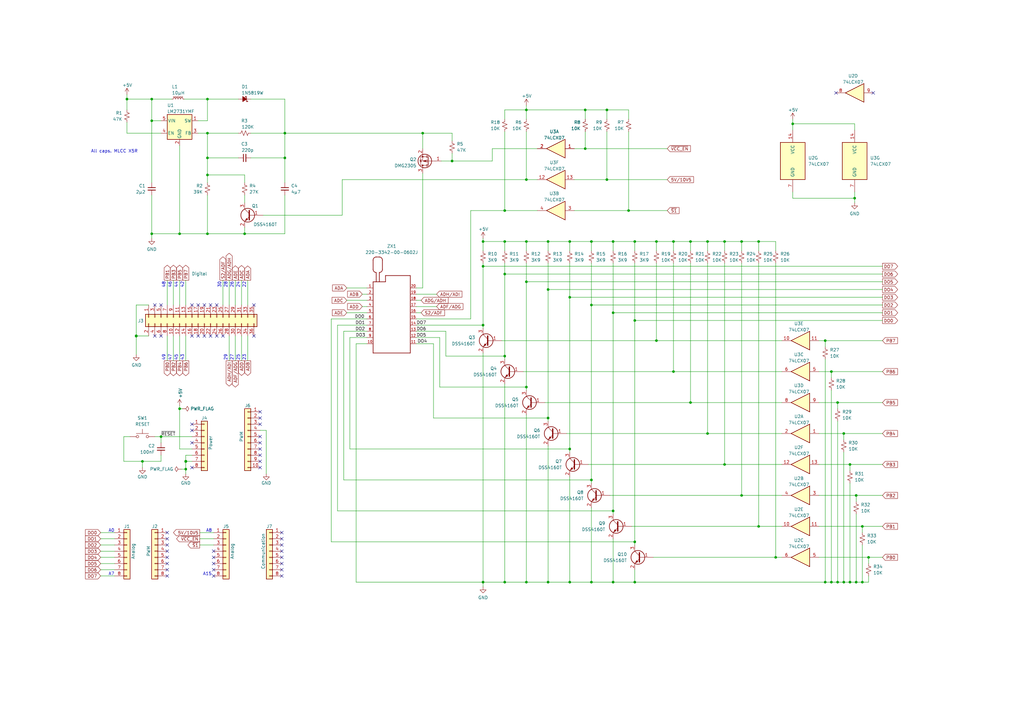
<source format=kicad_sch>
(kicad_sch (version 20230121) (generator eeschema)
  (paper "A3")
  (title_block (title "TI/National Bipolar PROM Programmer") (date "2024-09-21") (rev "1") (comment 1 "https://github.com/eduardocasino") (comment 2 "2024 - Eduardo Casino") (comment 3 "Based on an original design by Chris Oddy") (comment 4 "CC-BY-SA"))
  (lib_symbols
    (symbol "3M_Library:220-3342-00-0602J" (pin_names (offset 1.016))
      (property "Reference" "ZX" (at 0 16.51 0))
      (property "Value" "220-3342-00-0602J" (at -7.62 -20.32 0))
      (symbol "220-3342-00-0602J_0_0"
        (pin passive line (at -10.16 10.16 0) (length 2.54) (name "~") (number "1"))
        (pin passive line (at -10.16 -12.7 0) (length 2.54) (name "~") (number "10"))
        (pin passive line (at 10.16 -12.7 180) (length 2.54) (name "~") (number "11"))
        (pin passive line (at 10.16 -10.16 180) (length 2.54) (name "~") (number "12"))
        (pin passive line (at 10.16 -7.62 180) (length 2.54) (name "~") (number "13"))
        (pin passive line (at 10.16 -5.08 180) (length 2.54) (name "~") (number "14"))
        (pin passive line (at 10.16 -2.54 180) (length 2.54) (name "~") (number "15"))
        (pin passive line (at 10.16 0 180) (length 2.54) (name "~") (number "16"))
        (pin passive line (at 10.16 2.54 180) (length 2.54) (name "~") (number "17"))
        (pin passive line (at 10.16 5.08 180) (length 2.54) (name "~") (number "18"))
        (pin passive line (at 10.16 7.62 180) (length 2.54) (name "~") (number "19"))
        (pin passive line (at -10.16 7.62 0) (length 2.54) (name "~") (number "2"))
        (pin passive line (at 10.16 10.16 180) (length 2.54) (name "~") (number "20"))
        (pin passive line (at -10.16 5.08 0) (length 2.54) (name "~") (number "3"))
        (pin passive line (at -10.16 2.54 0) (length 2.54) (name "~") (number "4"))
        (pin passive line (at -10.16 0 0) (length 2.54) (name "~") (number "5"))
        (pin passive line (at -10.16 -2.54 0) (length 2.54) (name "~") (number "6"))
        (pin passive line (at -10.16 -5.08 0) (length 2.54) (name "~") (number "7"))
        (pin passive line (at -10.16 -7.62 0) (length 2.54) (name "~") (number "8"))
        (pin passive line (at -10.16 -10.16 0) (length 2.54) (name "~") (number "9"))
      )
    )
    (symbol "74xx:74LCX07" (pin_names (offset 1.016))
      (property "Reference" "U" (at 0 1.27 0))
      (property "Value" "74LCX07" (at 0 -1.27 0))
      (symbol "74LCX07_1_0"
        (pin input line (at -7.62 0 0) (length 3.81) (name "~") (number "1"))
        (pin open_collector line (at 7.62 0 180) (length 3.81) (name "~") (number "2"))
      )
      (symbol "74LCX07_2_0"
        (pin input line (at -7.62 0 0) (length 3.81) (name "~") (number "3"))
        (pin open_collector line (at 7.62 0 180) (length 3.81) (name "~") (number "4"))
      )
      (symbol "74LCX07_3_0"
        (pin input line (at -7.62 0 0) (length 3.81) (name "~") (number "5"))
        (pin open_collector line (at 7.62 0 180) (length 3.81) (name "~") (number "6"))
      )
      (symbol "74LCX07_4_0"
        (pin open_collector line (at 7.62 0 180) (length 3.81) (name "~") (number "8"))
        (pin input line (at -7.62 0 0) (length 3.81) (name "~") (number "9"))
      )
      (symbol "74LCX07_5_0"
        (pin open_collector line (at 7.62 0 180) (length 3.81) (name "~") (number "10"))
        (pin input line (at -7.62 0 0) (length 3.81) (name "~") (number "11"))
      )
      (symbol "74LCX07_6_0"
        (pin open_collector line (at 7.62 0 180) (length 3.81) (name "~") (number "12"))
        (pin input line (at -7.62 0 0) (length 3.81) (name "~") (number "13"))
      )
      (symbol "74LCX07_7_0"
        (pin power_in line (at 0 12.7 270) (length 5.08) (name "VCC") (number "14"))
        (pin power_in line (at 0 -12.7 90) (length 5.08) (name "GND") (number "7"))
      )
    )
    (symbol "Connector_Generic:Conn_01x08" (pin_names (offset 1.016) hide)
      (property "Reference" "J" (at 0 10.16 0))
      (property "Value" "Conn_01x08" (at 0 -12.7 0))
      (symbol "Conn_01x08_1_1"
        (pin passive line (at -5.08 7.62 0) (length 3.81) (name "Pin_1") (number "1"))
        (pin passive line (at -5.08 5.08 0) (length 3.81) (name "Pin_2") (number "2"))
        (pin passive line (at -5.08 2.54 0) (length 3.81) (name "Pin_3") (number "3"))
        (pin passive line (at -5.08 0 0) (length 3.81) (name "Pin_4") (number "4"))
        (pin passive line (at -5.08 -2.54 0) (length 3.81) (name "Pin_5") (number "5"))
        (pin passive line (at -5.08 -5.08 0) (length 3.81) (name "Pin_6") (number "6"))
        (pin passive line (at -5.08 -7.62 0) (length 3.81) (name "Pin_7") (number "7"))
        (pin passive line (at -5.08 -10.16 0) (length 3.81) (name "Pin_8") (number "8"))
      )
    )
    (symbol "Connector_Generic:Conn_01x10" (pin_names (offset 1.016) hide)
      (property "Reference" "J" (at 0 12.7 0))
      (property "Value" "Conn_01x10" (at 0 -15.24 0))
      (symbol "Conn_01x10_1_1"
        (pin passive line (at -5.08 10.16 0) (length 3.81) (name "Pin_1") (number "1"))
        (pin passive line (at -5.08 -12.7 0) (length 3.81) (name "Pin_10") (number "10"))
        (pin passive line (at -5.08 7.62 0) (length 3.81) (name "Pin_2") (number "2"))
        (pin passive line (at -5.08 5.08 0) (length 3.81) (name "Pin_3") (number "3"))
        (pin passive line (at -5.08 2.54 0) (length 3.81) (name "Pin_4") (number "4"))
        (pin passive line (at -5.08 0 0) (length 3.81) (name "Pin_5") (number "5"))
        (pin passive line (at -5.08 -2.54 0) (length 3.81) (name "Pin_6") (number "6"))
        (pin passive line (at -5.08 -5.08 0) (length 3.81) (name "Pin_7") (number "7"))
        (pin passive line (at -5.08 -7.62 0) (length 3.81) (name "Pin_8") (number "8"))
        (pin passive line (at -5.08 -10.16 0) (length 3.81) (name "Pin_9") (number "9"))
      )
    )
    (symbol "Connector_Generic:Conn_02x18_Odd_Even" (pin_names (offset 1.016) hide)
      (property "Reference" "J" (at 1.27 22.86 0))
      (property "Value" "Conn_02x18_Odd_Even" (at 1.27 -25.4 0))
      (symbol "Conn_02x18_Odd_Even_1_1"
        (pin passive line (at -5.08 20.32 0) (length 3.81) (name "Pin_1") (number "1"))
        (pin passive line (at 7.62 10.16 180) (length 3.81) (name "Pin_10") (number "10"))
        (pin passive line (at -5.08 7.62 0) (length 3.81) (name "Pin_11") (number "11"))
        (pin passive line (at 7.62 7.62 180) (length 3.81) (name "Pin_12") (number "12"))
        (pin passive line (at -5.08 5.08 0) (length 3.81) (name "Pin_13") (number "13"))
        (pin passive line (at 7.62 5.08 180) (length 3.81) (name "Pin_14") (number "14"))
        (pin passive line (at -5.08 2.54 0) (length 3.81) (name "Pin_15") (number "15"))
        (pin passive line (at 7.62 2.54 180) (length 3.81) (name "Pin_16") (number "16"))
        (pin passive line (at -5.08 0 0) (length 3.81) (name "Pin_17") (number "17"))
        (pin passive line (at 7.62 0 180) (length 3.81) (name "Pin_18") (number "18"))
        (pin passive line (at -5.08 -2.54 0) (length 3.81) (name "Pin_19") (number "19"))
        (pin passive line (at 7.62 20.32 180) (length 3.81) (name "Pin_2") (number "2"))
        (pin passive line (at 7.62 -2.54 180) (length 3.81) (name "Pin_20") (number "20"))
        (pin passive line (at -5.08 -5.08 0) (length 3.81) (name "Pin_21") (number "21"))
        (pin passive line (at 7.62 -5.08 180) (length 3.81) (name "Pin_22") (number "22"))
        (pin passive line (at -5.08 -7.62 0) (length 3.81) (name "Pin_23") (number "23"))
        (pin passive line (at 7.62 -7.62 180) (length 3.81) (name "Pin_24") (number "24"))
        (pin passive line (at -5.08 -10.16 0) (length 3.81) (name "Pin_25") (number "25"))
        (pin passive line (at 7.62 -10.16 180) (length 3.81) (name "Pin_26") (number "26"))
        (pin passive line (at -5.08 -12.7 0) (length 3.81) (name "Pin_27") (number "27"))
        (pin passive line (at 7.62 -12.7 180) (length 3.81) (name "Pin_28") (number "28"))
        (pin passive line (at -5.08 -15.24 0) (length 3.81) (name "Pin_29") (number "29"))
        (pin passive line (at -5.08 17.78 0) (length 3.81) (name "Pin_3") (number "3"))
        (pin passive line (at 7.62 -15.24 180) (length 3.81) (name "Pin_30") (number "30"))
        (pin passive line (at -5.08 -17.78 0) (length 3.81) (name "Pin_31") (number "31"))
        (pin passive line (at 7.62 -17.78 180) (length 3.81) (name "Pin_32") (number "32"))
        (pin passive line (at -5.08 -20.32 0) (length 3.81) (name "Pin_33") (number "33"))
        (pin passive line (at 7.62 -20.32 180) (length 3.81) (name "Pin_34") (number "34"))
        (pin passive line (at -5.08 -22.86 0) (length 3.81) (name "Pin_35") (number "35"))
        (pin passive line (at 7.62 -22.86 180) (length 3.81) (name "Pin_36") (number "36"))
        (pin passive line (at 7.62 17.78 180) (length 3.81) (name "Pin_4") (number "4"))
        (pin passive line (at -5.08 15.24 0) (length 3.81) (name "Pin_5") (number "5"))
        (pin passive line (at 7.62 15.24 180) (length 3.81) (name "Pin_6") (number "6"))
        (pin passive line (at -5.08 12.7 0) (length 3.81) (name "Pin_7") (number "7"))
        (pin passive line (at 7.62 12.7 180) (length 3.81) (name "Pin_8") (number "8"))
        (pin passive line (at -5.08 10.16 0) (length 3.81) (name "Pin_9") (number "9"))
      )
    )
    (symbol "Device:C_Small" (pin_numbers hide) (pin_names (offset 0.254) hide)
      (property "Reference" "C" (at 0.254 1.778 0))
      (property "Value" "C_Small" (at 0.254 -2.032 0))
      (symbol "C_Small_1_1"
        (pin passive line (at 0 2.54 270) (length 2.032) (name "~") (number "1"))
        (pin passive line (at 0 -2.54 90) (length 2.032) (name "~") (number "2"))
      )
    )
    (symbol "Device:D_Schottky_Small_Filled" (pin_numbers hide) (pin_names (offset 0.254) hide)
      (property "Reference" "D" (at -1.27 2.032 0))
      (property "Value" "D_Schottky_Small_Filled" (at -7.112 -2.032 0))
      (symbol "D_Schottky_Small_Filled_1_1"
        (pin passive line (at -2.54 0 0) (length 1.778) (name "K") (number "1"))
        (pin passive line (at 2.54 0 180) (length 1.778) (name "A") (number "2"))
      )
    )
    (symbol "Device:L_Ferrite_Small" (pin_numbers hide) (pin_names (offset 0.254) hide)
      (property "Reference" "L" (at 1.27 1.016 0))
      (property "Value" "L_Ferrite_Small" (at 1.27 -1.27 0))
      (symbol "L_Ferrite_Small_1_1"
        (pin passive line (at 0 2.54 270) (length 0.508) (name "~") (number "1"))
        (pin passive line (at 0 -2.54 90) (length 0.508) (name "~") (number "2"))
      )
    )
    (symbol "Device:R_Small_US" (pin_numbers hide) (pin_names (offset 0.254) hide)
      (property "Reference" "R" (at 0.762 0.508 0))
      (property "Value" "R_Small_US" (at 0.762 -1.016 0))
      (symbol "R_Small_US_1_1"
        (pin passive line (at 0 2.54 270) (length 1.016) (name "~") (number "1"))
        (pin passive line (at 0 -2.54 90) (length 1.016) (name "~") (number "2"))
      )
    )
    (symbol "Regulator_Switching:LM2731YMF" (pin_names (offset 0.254))
      (property "Reference" "U" (at -5.08 6.35 0))
      (property "Value" "LM2731YMF" (at 0 6.35 0))
      (symbol "LM2731YMF_1_1"
        (pin output line (at 7.62 2.54 180) (length 2.54) (name "SW") (number "1"))
        (pin power_in line (at 0 -7.62 90) (length 2.54) (name "GND") (number "2"))
        (pin input line (at 7.62 -2.54 180) (length 2.54) (name "FB") (number "3"))
        (pin input line (at -7.62 -2.54 0) (length 2.54) (name "EN") (number "4"))
        (pin input line (at -7.62 2.54 0) (length 2.54) (name "VIN") (number "5"))
      )
    )
    (symbol "Switch:SW_Push" (pin_numbers hide) (pin_names (offset 1.016) hide)
      (property "Reference" "SW" (at 1.27 2.54 0))
      (property "Value" "SW_Push" (at 0 -1.524 0))
      (symbol "SW_Push_0_1"
        (pin passive line (at -5.08 0 0) (length 2.54) (name "1") (number "1"))
        (pin passive line (at 5.08 0 180) (length 2.54) (name "2") (number "2"))
      )
    )
    (symbol "Transistor_BJT:MMBT3904" (pin_names (offset 0) hide)
      (property "Reference" "Q" (at 5.08 1.905 0))
      (property "Value" "MMBT3904" (at 5.08 0 0))
      (symbol "MMBT3904_1_1"
        (pin input line (at -5.08 0 0) (length 5.715) (name "B") (number "1"))
        (pin passive line (at 2.54 -5.08 90) (length 2.54) (name "E") (number "2"))
        (pin passive line (at 2.54 5.08 270) (length 2.54) (name "C") (number "3"))
      )
    )
    (symbol "Transistor_FET:TP0610T" (pin_names hide)
      (property "Reference" "Q" (at 5.08 1.905 0))
      (property "Value" "TP0610T" (at 5.08 0 0))
      (symbol "TP0610T_1_1"
        (pin input line (at -5.08 0 0) (length 2.54) (name "G") (number "1"))
        (pin passive line (at 2.54 -5.08 90) (length 2.54) (name "S") (number "2"))
        (pin passive line (at 2.54 5.08 270) (length 2.54) (name "D") (number "3"))
      )
    )
    (symbol "power:+5V" (power) (pin_names (offset 0))
      (property "Value" "+5V" (at 0 3.556 0))
      (symbol "+5V_1_1"
        (pin power_in line (at 0 0 90) (length 0) hide (name "+5V") (number "1"))
      )
    )
    (symbol "power:GND" (power) (pin_names (offset 0))
      (property "Value" "GND" (at 0 -3.81 0))
      (symbol "GND_1_1"
        (pin power_in line (at 0 0 270) (length 0) hide (name "GND") (number "1"))
      )
    )
    (symbol "power:PWR_FLAG" (power) (pin_numbers hide) (pin_names (offset 0) hide)
      (property "Value" "PWR_FLAG" (at 0 3.81 0))
      (symbol "PWR_FLAG_0_0"
        (pin power_out line (at 0 0 90) (length 0) (name "pwr") (number "1"))
      )
    )
  )
  (junction (at 242.57 99.06))
  (junction (at 116.84 54.61))
  (junction (at 224.79 238.76))
  (junction (at 269.24 139.7))
  (junction (at 311.15 215.9))
  (junction (at 348.615 190.5))
  (junction (at 198.12 238.76))
  (junction (at 233.68 121.92))
  (junction (at 257.81 86.36))
  (junction (at 55.88 137.795) (diameter 1.016))
  (junction (at 248.92 73.66))
  (junction (at 207.01 99.06))
  (junction (at 76.2 192.405))
  (junction (at 215.9 115.57))
  (junction (at 340.995 238.76))
  (junction (at 58.42 189.23))
  (junction (at 283.21 99.06))
  (junction (at 325.12 50.8))
  (junction (at 116.84 64.77))
  (junction (at 173.355 54.61))
  (junction (at 338.455 238.76))
  (junction (at 62.23 95.885))
  (junction (at 100.33 95.885))
  (junction (at 85.09 95.885))
  (junction (at 185.42 66.04))
  (junction (at 215.9 45.085))
  (junction (at 52.07 40.64))
  (junction (at 318.135 228.6))
  (junction (at 242.57 196.85))
  (junction (at 260.35 99.06))
  (junction (at 351.155 203.2))
  (junction (at 346.075 238.76))
  (junction (at 73.66 167.64))
  (junction (at 76.2 189.23) (diameter 1.016))
  (junction (at 224.79 118.745))
  (junction (at 198.12 133.35))
  (junction (at 242.57 125.095))
  (junction (at 269.24 99.06))
  (junction (at 343.535 238.76))
  (junction (at 85.09 71.755))
  (junction (at 66.04 179.07))
  (junction (at 233.68 238.76))
  (junction (at 215.9 99.06))
  (junction (at 207.01 146.05))
  (junction (at 85.09 40.64))
  (junction (at 340.995 152.4))
  (junction (at 233.68 99.06))
  (junction (at 297.18 99.06))
  (junction (at 304.165 99.06))
  (junction (at 215.9 238.76))
  (junction (at 198.12 99.06))
  (junction (at 215.9 73.66))
  (junction (at 251.46 128.27))
  (junction (at 251.46 209.55))
  (junction (at 260.35 238.76))
  (junction (at 73.66 95.885))
  (junction (at 311.15 99.06))
  (junction (at 353.695 215.9))
  (junction (at 350.52 81.28))
  (junction (at 346.075 177.8))
  (junction (at 85.09 54.61))
  (junction (at 207.01 238.76))
  (junction (at 348.615 238.76))
  (junction (at 62.23 49.53))
  (junction (at 290.195 177.8))
  (junction (at 251.46 99.06))
  (junction (at 290.195 99.06))
  (junction (at 276.225 99.06))
  (junction (at 85.09 64.77))
  (junction (at 215.9 158.75))
  (junction (at 351.155 238.76))
  (junction (at 353.695 238.76))
  (junction (at 240.03 45.085))
  (junction (at 224.79 171.45))
  (junction (at 62.23 40.64))
  (junction (at 260.35 222.25))
  (junction (at 198.12 109.22))
  (junction (at 297.18 190.5))
  (junction (at 248.92 45.085))
  (junction (at 240.03 60.96))
  (junction (at 343.535 165.1))
  (junction (at 338.455 139.7))
  (junction (at 224.79 99.06))
  (junction (at 356.235 228.6))
  (junction (at 233.68 184.15))
  (junction (at 260.35 131.445))
  (junction (at 207.01 112.395))
  (junction (at 251.46 238.76))
  (junction (at 283.21 165.1))
  (junction (at 242.57 238.76))
  (junction (at 207.01 86.36))
  (junction (at 304.165 203.2))
  (junction (at 276.225 152.4))
  (no_connect (at 115.57 226.06))
  (no_connect (at 115.57 236.22))
  (no_connect (at 68.58 226.06))
  (no_connect (at 104.14 125.095))
  (no_connect (at 68.58 218.44))
  (no_connect (at 115.57 223.52))
  (no_connect (at 63.5 125.095))
  (no_connect (at 342.9 38.1))
  (no_connect (at 68.58 233.68))
  (no_connect (at 88.9 125.095))
  (no_connect (at 115.57 220.98))
  (no_connect (at 68.58 223.52))
  (no_connect (at 87.63 231.14))
  (no_connect (at 358.14 38.1))
  (no_connect (at 115.57 233.68))
  (no_connect (at 106.68 181.61))
  (no_connect (at 68.58 231.14))
  (no_connect (at 106.68 189.23))
  (no_connect (at 68.58 228.6))
  (no_connect (at 106.68 186.69))
  (no_connect (at 83.82 125.095))
  (no_connect (at 115.57 228.6))
  (no_connect (at 78.74 176.53))
  (no_connect (at 66.04 137.795))
  (no_connect (at 68.58 220.98))
  (no_connect (at 88.9 137.795))
  (no_connect (at 81.28 137.795))
  (no_connect (at 87.63 236.22))
  (no_connect (at 78.74 125.095))
  (no_connect (at 106.68 173.99))
  (no_connect (at 78.74 181.61))
  (no_connect (at 115.57 231.14))
  (no_connect (at 115.57 218.44))
  (no_connect (at 91.44 137.795))
  (no_connect (at 66.04 125.095))
  (no_connect (at 83.82 137.795))
  (no_connect (at 87.63 226.06))
  (no_connect (at 104.14 137.795))
  (no_connect (at 86.36 125.095))
  (no_connect (at 106.68 168.91))
  (no_connect (at 81.28 125.095))
  (no_connect (at 87.63 233.68))
  (no_connect (at 106.68 171.45))
  (no_connect (at 63.5 137.795))
  (no_connect (at 87.63 228.6))
  (no_connect (at 78.74 137.795))
  (no_connect (at 78.74 173.99))
  (no_connect (at 86.36 137.795))
  (no_connect (at 78.74 191.77))
  (no_connect (at 106.68 184.15))
  (no_connect (at 106.68 179.07))
  (no_connect (at 106.68 191.77))
  (no_connect (at 68.58 236.22))
  (wire (pts (xy 177.8 140.97) (xy 177.8 171.45)))
  (wire (pts (xy 116.84 54.61) (xy 116.84 64.77)))
  (wire (pts (xy 242.57 99.06) (xy 242.57 102.87)))
  (wire (pts (xy 146.05 140.97) (xy 146.05 238.76)))
  (wire (pts (xy 138.43 209.55) (xy 251.46 209.55)))
  (wire (pts (xy 259.08 215.9) (xy 311.15 215.9)))
  (wire (pts (xy 353.695 215.9) (xy 361.95 215.9)))
  (wire (pts (xy 142.24 128.27) (xy 150.495 128.27)))
  (wire (pts (xy 116.84 95.885) (xy 100.33 95.885)))
  (wire (pts (xy 283.21 99.06) (xy 290.195 99.06)))
  (wire (pts (xy 180.975 66.04) (xy 185.42 66.04)))
  (wire (pts (xy 198.12 109.22) (xy 361.95 109.22)))
  (wire (pts (xy 41.275 223.52) (xy 46.99 223.52)))
  (wire (pts (xy 143.51 184.15) (xy 233.68 184.15)))
  (wire (pts (xy 207.01 86.36) (xy 220.345 86.36)))
  (wire (pts (xy 233.68 184.15) (xy 233.68 185.42)))
  (wire (pts (xy 235.585 60.96) (xy 240.03 60.96)))
  (wire (pts (xy 198.12 99.06) (xy 207.01 99.06)))
  (wire (pts (xy 304.165 107.95) (xy 304.165 203.2)))
  (wire (pts (xy 140.97 196.85) (xy 242.57 196.85)))
  (wire (pts (xy 116.84 80.01) (xy 116.84 95.885)))
  (wire (pts (xy 207.01 157.48) (xy 207.01 238.76)))
  (wire (pts (xy 224.79 118.745) (xy 361.95 118.745)))
  (wire (pts (xy 215.9 107.95) (xy 215.9 115.57)))
  (wire (pts (xy 276.225 99.06) (xy 276.225 102.87)))
  (wire (pts (xy 297.18 99.06) (xy 297.18 102.87)))
  (wire (pts (xy 81.915 223.52) (xy 87.63 223.52)))
  (wire (pts (xy 75.565 40.64) (xy 85.09 40.64)))
  (wire (pts (xy 201.93 60.96) (xy 220.345 60.96)))
  (wire (pts (xy 138.43 209.55) (xy 138.43 133.35)))
  (wire (pts (xy 350.52 81.28) (xy 350.52 83.185)))
  (wire (pts (xy 201.93 66.04) (xy 201.93 60.96)))
  (wire (pts (xy 60.96 125.095) (xy 55.88 125.095)))
  (wire (pts (xy 353.695 223.52) (xy 353.695 238.76)))
  (wire (pts (xy 311.15 215.9) (xy 320.675 215.9)))
  (wire (pts (xy 146.05 238.76) (xy 198.12 238.76)))
  (wire (pts (xy 76.2 186.69) (xy 76.2 189.23)))
  (wire (pts (xy 338.455 238.76) (xy 340.995 238.76)))
  (wire (pts (xy 148.59 125.73) (xy 150.495 125.73)))
  (wire (pts (xy 356.235 228.6) (xy 356.235 231.14)))
  (wire (pts (xy 335.915 215.9) (xy 353.695 215.9)))
  (wire (pts (xy 260.35 222.25) (xy 260.35 223.52)))
  (wire (pts (xy 340.995 238.76) (xy 343.535 238.76)))
  (wire (pts (xy 116.84 40.64) (xy 116.84 54.61)))
  (wire (pts (xy 85.09 54.61) (xy 85.09 64.77)))
  (wire (pts (xy 240.03 45.085) (xy 248.92 45.085)))
  (wire (pts (xy 348.615 198.12) (xy 348.615 238.76)))
  (wire (pts (xy 55.88 137.795) (xy 55.88 145.415)))
  (wire (pts (xy 101.6 114.935) (xy 101.6 125.095)))
  (wire (pts (xy 73.66 137.795) (xy 73.66 147.955)))
  (wire (pts (xy 242.57 196.85) (xy 242.57 198.12)))
  (wire (pts (xy 224.79 118.745) (xy 224.79 171.45)))
  (wire (pts (xy 85.09 40.64) (xy 97.79 40.64)))
  (wire (pts (xy 81.915 218.44) (xy 87.63 218.44)))
  (wire (pts (xy 85.09 40.64) (xy 85.09 49.53)))
  (wire (pts (xy 76.2 137.795) (xy 76.2 147.955)))
  (wire (pts (xy 340.995 152.4) (xy 340.995 154.94)))
  (wire (pts (xy 182.88 146.05) (xy 207.01 146.05)))
  (wire (pts (xy 76.2 189.23) (xy 76.2 192.405)))
  (wire (pts (xy 304.165 99.06) (xy 304.165 102.87)))
  (wire (pts (xy 325.12 50.8) (xy 350.52 50.8)))
  (wire (pts (xy 198.12 107.95) (xy 198.12 109.22)))
  (wire (pts (xy 185.42 66.04) (xy 201.93 66.04)))
  (wire (pts (xy 96.52 137.795) (xy 96.52 147.955)))
  (wire (pts (xy 73.66 59.69) (xy 73.66 95.885)))
  (wire (pts (xy 248.92 53.975) (xy 248.92 73.66)))
  (wire (pts (xy 325.12 81.28) (xy 350.52 81.28)))
  (wire (pts (xy 62.23 49.53) (xy 66.04 49.53)))
  (wire (pts (xy 73.66 184.15) (xy 78.74 184.15)))
  (wire (pts (xy 269.24 99.06) (xy 269.24 102.87)))
  (wire (pts (xy 297.18 107.95) (xy 297.18 190.5)))
  (wire (pts (xy 251.46 209.55) (xy 251.46 210.82)))
  (wire (pts (xy 74.295 192.405) (xy 76.2 192.405)))
  (wire (pts (xy 257.81 86.36) (xy 273.685 86.36)))
  (wire (pts (xy 179.07 120.65) (xy 170.815 120.65)))
  (wire (pts (xy 73.66 166.37) (xy 73.66 167.64)))
  (wire (pts (xy 207.01 53.975) (xy 207.01 86.36)))
  (wire (pts (xy 53.34 179.07) (xy 50.8 179.07)))
  (wire (pts (xy 150.495 140.97) (xy 146.05 140.97)))
  (wire (pts (xy 93.98 137.795) (xy 93.98 147.955)))
  (wire (pts (xy 102.87 64.77) (xy 116.84 64.77)))
  (wire (pts (xy 173.355 54.61) (xy 173.355 60.96)))
  (wire (pts (xy 346.075 177.8) (xy 346.075 180.34)))
  (wire (pts (xy 135.89 130.81) (xy 150.495 130.81)))
  (wire (pts (xy 340.995 160.02) (xy 340.995 238.76)))
  (wire (pts (xy 62.23 40.64) (xy 62.23 49.53)))
  (wire (pts (xy 318.135 107.95) (xy 318.135 228.6)))
  (wire (pts (xy 193.04 130.81) (xy 170.815 130.81)))
  (wire (pts (xy 85.09 54.61) (xy 97.79 54.61)))
  (wire (pts (xy 135.89 222.25) (xy 135.89 130.81)))
  (wire (pts (xy 193.04 86.36) (xy 193.04 130.81)))
  (wire (pts (xy 251.46 99.06) (xy 260.35 99.06)))
  (wire (pts (xy 41.275 228.6) (xy 46.99 228.6)))
  (wire (pts (xy 232.41 177.8) (xy 290.195 177.8)))
  (wire (pts (xy 74.93 167.64) (xy 73.66 167.64)))
  (wire (pts (xy 198.12 144.78) (xy 198.12 238.76)))
  (wire (pts (xy 224.79 171.45) (xy 224.79 172.72)))
  (wire (pts (xy 353.695 238.76) (xy 356.235 238.76)))
  (wire (pts (xy 335.915 177.8) (xy 346.075 177.8)))
  (wire (pts (xy 260.35 238.76) (xy 338.455 238.76)))
  (wire (pts (xy 325.12 48.895) (xy 325.12 50.8)))
  (wire (pts (xy 257.81 48.895) (xy 257.81 45.085)))
  (wire (pts (xy 207.01 112.395) (xy 207.01 146.05)))
  (wire (pts (xy 62.23 95.885) (xy 62.23 97.79)))
  (wire (pts (xy 260.35 107.95) (xy 260.35 131.445)))
  (wire (pts (xy 318.135 228.6) (xy 320.675 228.6)))
  (wire (pts (xy 170.815 140.97) (xy 177.8 140.97)))
  (wire (pts (xy 233.68 238.76) (xy 242.57 238.76)))
  (wire (pts (xy 215.9 115.57) (xy 215.9 158.75)))
  (wire (pts (xy 85.09 64.77) (xy 97.79 64.77)))
  (wire (pts (xy 283.21 165.1) (xy 320.675 165.1)))
  (wire (pts (xy 233.68 99.06) (xy 233.68 102.87)))
  (wire (pts (xy 350.52 50.8) (xy 350.52 53.34)))
  (wire (pts (xy 241.3 190.5) (xy 297.18 190.5)))
  (wire (pts (xy 311.15 99.06) (xy 311.15 102.87)))
  (wire (pts (xy 140.97 135.89) (xy 150.495 135.89)))
  (wire (pts (xy 311.15 99.06) (xy 318.135 99.06)))
  (wire (pts (xy 335.915 165.1) (xy 343.535 165.1)))
  (wire (pts (xy 240.03 60.96) (xy 273.685 60.96)))
  (wire (pts (xy 233.68 99.06) (xy 242.57 99.06)))
  (wire (pts (xy 55.88 125.095) (xy 55.88 137.795)))
  (wire (pts (xy 60.96 137.795) (xy 55.88 137.795)))
  (wire (pts (xy 135.89 222.25) (xy 260.35 222.25)))
  (wire (pts (xy 283.21 107.95) (xy 283.21 165.1)))
  (wire (pts (xy 50.8 179.07) (xy 50.8 189.23)))
  (wire (pts (xy 215.9 170.18) (xy 215.9 238.76)))
  (wire (pts (xy 62.23 49.53) (xy 62.23 74.93)))
  (wire (pts (xy 93.98 114.935) (xy 93.98 125.095)))
  (wire (pts (xy 62.23 95.885) (xy 73.66 95.885)))
  (wire (pts (xy 85.09 71.755) (xy 85.09 74.93)))
  (wire (pts (xy 214.63 152.4) (xy 276.225 152.4)))
  (wire (pts (xy 81.28 49.53) (xy 85.09 49.53)))
  (wire (pts (xy 91.44 114.935) (xy 91.44 125.095)))
  (wire (pts (xy 290.195 99.06) (xy 290.195 102.87)))
  (wire (pts (xy 99.06 114.935) (xy 99.06 125.095)))
  (wire (pts (xy 235.585 73.66) (xy 248.92 73.66)))
  (wire (pts (xy 242.57 107.95) (xy 242.57 125.095)))
  (wire (pts (xy 177.8 171.45) (xy 224.79 171.45)))
  (wire (pts (xy 41.275 220.98) (xy 46.99 220.98)))
  (wire (pts (xy 198.12 133.35) (xy 198.12 134.62)))
  (wire (pts (xy 224.79 107.95) (xy 224.79 118.745)))
  (wire (pts (xy 52.07 40.64) (xy 62.23 40.64)))
  (wire (pts (xy 78.74 179.07) (xy 66.04 179.07)))
  (wire (pts (xy 170.815 138.43) (xy 180.34 138.43)))
  (wire (pts (xy 276.225 99.06) (xy 283.21 99.06)))
  (wire (pts (xy 215.9 238.76) (xy 224.79 238.76)))
  (wire (pts (xy 215.9 158.75) (xy 215.9 160.02)))
  (wire (pts (xy 207.01 107.95) (xy 207.01 112.395)))
  (wire (pts (xy 76.2 192.405) (xy 76.2 194.31)))
  (wire (pts (xy 215.9 45.085) (xy 240.03 45.085)))
  (wire (pts (xy 242.57 208.28) (xy 242.57 238.76)))
  (wire (pts (xy 58.42 189.23) (xy 58.42 191.77)))
  (wire (pts (xy 142.24 123.19) (xy 150.495 123.19)))
  (wire (pts (xy 224.79 99.06) (xy 224.79 102.87)))
  (wire (pts (xy 335.915 228.6) (xy 356.235 228.6)))
  (wire (pts (xy 143.51 138.43) (xy 150.495 138.43)))
  (wire (pts (xy 100.33 74.93) (xy 100.33 71.755)))
  (wire (pts (xy 172.72 123.19) (xy 170.815 123.19)))
  (wire (pts (xy 198.12 109.22) (xy 198.12 133.35)))
  (wire (pts (xy 207.01 146.05) (xy 207.01 147.32)))
  (wire (pts (xy 179.07 125.73) (xy 170.815 125.73)))
  (wire (pts (xy 346.075 185.42) (xy 346.075 238.76)))
  (wire (pts (xy 50.8 189.23) (xy 58.42 189.23)))
  (wire (pts (xy 198.12 238.76) (xy 207.01 238.76)))
  (wire (pts (xy 311.15 107.95) (xy 311.15 215.9)))
  (wire (pts (xy 109.22 176.53) (xy 109.22 194.31)))
  (wire (pts (xy 185.42 54.61) (xy 185.42 57.785)))
  (wire (pts (xy 71.12 137.795) (xy 71.12 147.955)))
  (wire (pts (xy 343.535 165.1) (xy 361.95 165.1)))
  (wire (pts (xy 71.12 114.935) (xy 71.12 125.095)))
  (wire (pts (xy 138.43 133.35) (xy 150.495 133.35)))
  (wire (pts (xy 215.9 73.66) (xy 220.345 73.66)))
  (wire (pts (xy 107.95 88.265) (xy 140.335 88.265)))
  (wire (pts (xy 73.66 167.64) (xy 73.66 184.15)))
  (wire (pts (xy 180.34 138.43) (xy 180.34 158.75)))
  (wire (pts (xy 351.155 203.2) (xy 361.95 203.2)))
  (wire (pts (xy 66.04 179.07) (xy 66.04 181.61)))
  (wire (pts (xy 73.66 114.935) (xy 73.66 125.095)))
  (wire (pts (xy 215.9 48.895) (xy 215.9 45.085)))
  (wire (pts (xy 170.815 118.11) (xy 173.355 118.11)))
  (wire (pts (xy 140.97 135.89) (xy 140.97 196.85)))
  (wire (pts (xy 356.235 238.76) (xy 356.235 236.22)))
  (wire (pts (xy 215.9 43.18) (xy 215.9 45.085)))
  (wire (pts (xy 242.57 125.095) (xy 242.57 196.85)))
  (wire (pts (xy 290.195 107.95) (xy 290.195 177.8)))
  (wire (pts (xy 62.23 80.01) (xy 62.23 95.885)))
  (wire (pts (xy 250.19 203.2) (xy 304.165 203.2)))
  (wire (pts (xy 66.04 189.23) (xy 66.04 186.69)))
  (wire (pts (xy 148.59 120.65) (xy 150.495 120.65)))
  (wire (pts (xy 100.33 80.01) (xy 100.33 83.185)))
  (wire (pts (xy 78.74 189.23) (xy 76.2 189.23)))
  (wire (pts (xy 276.225 107.95) (xy 276.225 152.4)))
  (wire (pts (xy 173.355 71.12) (xy 173.355 118.11)))
  (wire (pts (xy 182.88 135.89) (xy 182.88 146.05)))
  (wire (pts (xy 348.615 190.5) (xy 361.95 190.5)))
  (wire (pts (xy 41.275 236.22) (xy 46.99 236.22)))
  (wire (pts (xy 251.46 238.76) (xy 260.35 238.76)))
  (wire (pts (xy 257.81 45.085) (xy 248.92 45.085)))
  (wire (pts (xy 297.18 190.5) (xy 320.675 190.5)))
  (wire (pts (xy 224.79 99.06) (xy 233.68 99.06)))
  (wire (pts (xy 260.35 131.445) (xy 361.95 131.445)))
  (wire (pts (xy 41.275 218.44) (xy 46.99 218.44)))
  (wire (pts (xy 207.01 48.895) (xy 207.01 45.085)))
  (wire (pts (xy 41.275 231.14) (xy 46.99 231.14)))
  (wire (pts (xy 242.57 238.76) (xy 251.46 238.76)))
  (wire (pts (xy 170.815 135.89) (xy 182.88 135.89)))
  (wire (pts (xy 340.995 152.4) (xy 361.95 152.4)))
  (wire (pts (xy 52.07 45.085) (xy 52.07 40.64)))
  (wire (pts (xy 251.46 128.27) (xy 251.46 209.55)))
  (wire (pts (xy 325.12 78.74) (xy 325.12 81.28)))
  (wire (pts (xy 207.01 102.87) (xy 207.01 99.06)))
  (wire (pts (xy 66.04 54.61) (xy 52.07 54.61)))
  (wire (pts (xy 223.52 165.1) (xy 283.21 165.1)))
  (wire (pts (xy 290.195 177.8) (xy 320.675 177.8)))
  (wire (pts (xy 290.195 99.06) (xy 297.18 99.06)))
  (wire (pts (xy 233.68 195.58) (xy 233.68 238.76)))
  (wire (pts (xy 338.455 147.32) (xy 338.455 238.76)))
  (wire (pts (xy 267.97 228.6) (xy 318.135 228.6)))
  (wire (pts (xy 180.34 158.75) (xy 215.9 158.75)))
  (wire (pts (xy 224.79 238.76) (xy 233.68 238.76)))
  (wire (pts (xy 102.87 40.64) (xy 116.84 40.64)))
  (wire (pts (xy 215.9 115.57) (xy 361.95 115.57)))
  (wire (pts (xy 116.84 54.61) (xy 173.355 54.61)))
  (wire (pts (xy 233.68 121.92) (xy 233.68 184.15)))
  (wire (pts (xy 233.68 107.95) (xy 233.68 121.92)))
  (wire (pts (xy 142.24 118.11) (xy 150.495 118.11)))
  (wire (pts (xy 52.07 54.61) (xy 52.07 50.165)))
  (wire (pts (xy 338.455 142.24) (xy 338.455 139.7)))
  (wire (pts (xy 173.355 54.61) (xy 185.42 54.61)))
  (wire (pts (xy 251.46 99.06) (xy 251.46 102.87)))
  (wire (pts (xy 297.18 99.06) (xy 304.165 99.06)))
  (wire (pts (xy 207.01 45.085) (xy 215.9 45.085)))
  (wire (pts (xy 233.68 121.92) (xy 361.95 121.92)))
  (wire (pts (xy 207.01 86.36) (xy 193.04 86.36)))
  (wire (pts (xy 260.35 99.06) (xy 260.35 102.87)))
  (wire (pts (xy 106.68 176.53) (xy 109.22 176.53)))
  (wire (pts (xy 240.03 53.975) (xy 240.03 60.96)))
  (wire (pts (xy 325.12 53.34) (xy 325.12 50.8)))
  (wire (pts (xy 100.33 93.345) (xy 100.33 95.885)))
  (wire (pts (xy 85.09 64.77) (xy 85.09 71.755)))
  (wire (pts (xy 70.485 40.64) (xy 62.23 40.64)))
  (wire (pts (xy 215.9 99.06) (xy 215.9 102.87)))
  (wire (pts (xy 343.535 172.72) (xy 343.535 238.76)))
  (wire (pts (xy 78.74 186.69) (xy 76.2 186.69)))
  (wire (pts (xy 96.52 114.935) (xy 96.52 125.095)))
  (wire (pts (xy 260.35 238.76) (xy 260.35 233.68)))
  (wire (pts (xy 52.07 38.735) (xy 52.07 40.64)))
  (wire (pts (xy 348.615 238.76) (xy 351.155 238.76)))
  (wire (pts (xy 338.455 139.7) (xy 361.95 139.7)))
  (wire (pts (xy 351.155 238.76) (xy 353.695 238.76)))
  (wire (pts (xy 58.42 189.23) (xy 66.04 189.23)))
  (wire (pts (xy 335.915 139.7) (xy 338.455 139.7)))
  (wire (pts (xy 143.51 184.15) (xy 143.51 138.43)))
  (wire (pts (xy 41.275 233.68) (xy 46.99 233.68)))
  (wire (pts (xy 207.01 238.76) (xy 215.9 238.76)))
  (wire (pts (xy 63.5 179.07) (xy 66.04 179.07)))
  (wire (pts (xy 81.28 54.61) (xy 85.09 54.61)))
  (wire (pts (xy 81.915 220.98) (xy 87.63 220.98)))
  (wire (pts (xy 343.535 238.76) (xy 346.075 238.76)))
  (wire (pts (xy 240.03 45.085) (xy 240.03 48.895)))
  (wire (pts (xy 102.87 54.61) (xy 116.84 54.61)))
  (wire (pts (xy 41.275 226.06) (xy 46.99 226.06)))
  (wire (pts (xy 318.135 99.06) (xy 318.135 102.87)))
  (wire (pts (xy 251.46 107.95) (xy 251.46 128.27)))
  (wire (pts (xy 215.9 53.975) (xy 215.9 73.66)))
  (wire (pts (xy 116.84 64.77) (xy 116.84 74.93)))
  (wire (pts (xy 205.74 139.7) (xy 269.24 139.7)))
  (wire (pts (xy 257.81 53.975) (xy 257.81 86.36)))
  (wire (pts (xy 100.33 71.755) (xy 85.09 71.755)))
  (wire (pts (xy 269.24 99.06) (xy 276.225 99.06)))
  (wire (pts (xy 140.335 73.66) (xy 140.335 88.265)))
  (wire (pts (xy 335.915 152.4) (xy 340.995 152.4)))
  (wire (pts (xy 242.57 125.095) (xy 361.95 125.095)))
  (wire (pts (xy 73.66 95.885) (xy 85.09 95.885)))
  (wire (pts (xy 269.24 107.95) (xy 269.24 139.7)))
  (wire (pts (xy 170.815 133.35) (xy 198.12 133.35)))
  (wire (pts (xy 242.57 99.06) (xy 251.46 99.06)))
  (wire (pts (xy 172.72 128.27) (xy 170.815 128.27)))
  (wire (pts (xy 251.46 128.27) (xy 361.95 128.27)))
  (wire (pts (xy 304.165 99.06) (xy 311.15 99.06)))
  (wire (pts (xy 198.12 97.79) (xy 198.12 99.06)))
  (wire (pts (xy 260.35 131.445) (xy 260.35 222.25)))
  (wire (pts (xy 68.58 114.935) (xy 68.58 125.095)))
  (wire (pts (xy 276.225 152.4) (xy 320.675 152.4)))
  (wire (pts (xy 235.585 86.36) (xy 257.81 86.36)))
  (wire (pts (xy 304.165 203.2) (xy 320.675 203.2)))
  (wire (pts (xy 346.075 177.8) (xy 361.95 177.8)))
  (wire (pts (xy 140.335 73.66) (xy 215.9 73.66)))
  (wire (pts (xy 343.535 165.1) (xy 343.535 167.64)))
  (wire (pts (xy 101.6 137.795) (xy 101.6 147.955)))
  (wire (pts (xy 207.01 99.06) (xy 215.9 99.06)))
  (wire (pts (xy 198.12 99.06) (xy 198.12 102.87)))
  (wire (pts (xy 76.2 114.935) (xy 76.2 125.095)))
  (wire (pts (xy 356.235 228.6) (xy 361.95 228.6)))
  (wire (pts (xy 348.615 190.5) (xy 348.615 193.04)))
  (wire (pts (xy 248.92 73.66) (xy 273.685 73.66)))
  (wire (pts (xy 269.24 139.7) (xy 320.675 139.7)))
  (wire (pts (xy 99.06 137.795) (xy 99.06 147.955)))
  (wire (pts (xy 215.9 99.06) (xy 224.79 99.06)))
  (wire (pts (xy 350.52 81.28) (xy 350.52 78.74)))
  (wire (pts (xy 351.155 203.2) (xy 351.155 205.74)))
  (wire (pts (xy 335.915 190.5) (xy 348.615 190.5)))
  (wire (pts (xy 248.92 45.085) (xy 248.92 48.895)))
  (wire (pts (xy 207.01 112.395) (xy 361.95 112.395)))
  (wire (pts (xy 185.42 66.04) (xy 185.42 62.865)))
  (wire (pts (xy 346.075 238.76) (xy 348.615 238.76)))
  (wire (pts (xy 85.09 95.885) (xy 100.33 95.885)))
  (wire (pts (xy 283.21 99.06) (xy 283.21 102.87)))
  (wire (pts (xy 251.46 220.98) (xy 251.46 238.76)))
  (wire (pts (xy 224.79 182.88) (xy 224.79 238.76)))
  (wire (pts (xy 68.58 137.795) (xy 68.58 147.955)))
  (wire (pts (xy 198.12 238.76) (xy 198.12 240.665)))
  (wire (pts (xy 351.155 210.82) (xy 351.155 238.76)))
  (wire (pts (xy 353.695 215.9) (xy 353.695 218.44)))
  (wire (pts (xy 85.09 80.01) (xy 85.09 95.885)))
  (wire (pts (xy 335.915 203.2) (xy 351.155 203.2)))
  (wire (pts (xy 260.35 99.06) (xy 269.24 99.06)))
  (text "All caps. MLCC X5R" (at 56.515 62.865 0) (effects (font (size 1.27 1.27)) (justify right bottom)))
  (text "A8" (at 84.455 218.44 0) (effects (font (size 1.27 1.27)) (justify left bottom)))
  (text "25" (at 98.425 147.955 90) (effects (font (size 1.27 1.27)) (justify left bottom)))
  (text "45" (at 73.025 147.955 90) (effects (font (size 1.27 1.27)) (justify left bottom)))
  (text "A15" (at 83.185 236.22 0) (effects (font (size 1.27 1.27)) (justify left bottom)))
  (text "48" (at 67.945 118.11 90) (effects (font (size 1.27 1.27)) (justify left bottom)))
  (text "22" (at 100.965 118.11 90) (effects (font (size 1.27 1.27)) (justify left bottom)))
  (text "27" (at 95.885 147.955 90) (effects (font (size 1.27 1.27)) (justify left bottom)))
  (text "43" (at 75.565 147.955 90) (effects (font (size 1.27 1.27)) (justify left bottom)))
  (text "47" (at 70.485 147.955 90) (effects (font (size 1.27 1.27)) (justify left bottom)))
  (text "46" (at 70.485 118.11 90) (effects (font (size 1.27 1.27)) (justify left bottom)))
  (text "30" (at 90.805 118.11 90) (effects (font (size 1.27 1.27)) (justify left bottom)))
  (text "44" (at 73.025 118.11 90) (effects (font (size 1.27 1.27)) (justify left bottom)))
  (text "A0" (at 44.45 218.44 0) (effects (font (size 1.27 1.27)) (justify left bottom)))
  (text "24" (at 98.425 118.11 90) (effects (font (size 1.27 1.27)) (justify left bottom)))
  (text "42" (at 75.565 118.11 90) (effects (font (size 1.27 1.27)) (justify left bottom)))
  (text "A7" (at 44.45 236.22 0) (effects (font (size 1.27 1.27)) (justify left bottom)))
  (text "28" (at 93.345 118.11 90) (effects (font (size 1.27 1.27)) (justify left bottom)))
  (text "23" (at 100.965 147.955 90) (effects (font (size 1.27 1.27)) (justify left bottom)))
  (text "26" (at 95.885 118.11 90) (effects (font (size 1.27 1.27)) (justify left bottom)))
  (text "29" (at 93.345 147.955 90) (effects (font (size 1.27 1.27)) (justify left bottom)))
  (text "49" (at 67.945 147.955 90) (effects (font (size 1.27 1.27)) (justify left bottom)))
  (label "~{RESET}" (at 66.04 179.07 0))
  (label "DO0" (at 149.479 130.81 180))
  (label "DO2" (at 149.733 135.89 180))
  (label "DO4" (at 171.196 140.97 0))
  (label "DO1" (at 149.733 133.35 180))
  (label "DO6" (at 170.815 135.89 0))
  (label "DO7" (at 170.815 133.35 0))
  (label "DO3" (at 149.86 138.43 180))
  (label "DO5" (at 170.815 138.43 0))
  (global_label "~{VCC_EN}" (shape input) (at 273.685 60.96 0) (property "Intersheetrefs" "${INTERSHEET_REFS}" (effects hide)))
  (global_label "S2{slash}ADF" (shape input) (at 172.72 128.27 0) (property "Intersheetrefs" "${INTERSHEET_REFS}" (effects hide)))
  (global_label "PB0" (shape input) (at 361.95 228.6 0) (property "Intersheetrefs" "${INTERSHEET_REFS}" (effects hide)))
  (global_label "PB2" (shape output) (at 71.12 147.955 270) (property "Intersheetrefs" "${INTERSHEET_REFS}" (effects hide)))
  (global_label "PB3" (shape output) (at 71.12 114.935 90) (property "Intersheetrefs" "${INTERSHEET_REFS}" (effects hide)))
  (global_label "PB5" (shape input) (at 361.95 165.1 0) (property "Intersheetrefs" "${INTERSHEET_REFS}" (effects hide)))
  (global_label "PB2" (shape input) (at 361.95 203.2 0) (property "Intersheetrefs" "${INTERSHEET_REFS}" (effects hide)))
  (global_label "PB7" (shape input) (at 361.95 139.7 0) (property "Intersheetrefs" "${INTERSHEET_REFS}" (effects hide)))
  (global_label "DO6" (shape input) (at 41.275 233.68 180) (property "Intersheetrefs" "${INTERSHEET_REFS}" (effects hide)))
  (global_label "~{S1}" (shape input) (at 273.685 86.36 0) (property "Intersheetrefs" "${INTERSHEET_REFS}" (effects hide)))
  (global_label "DO4" (shape output) (at 361.95 118.745 0) (property "Intersheetrefs" "${INTERSHEET_REFS}" (effects hide)))
  (global_label "PB1" (shape output) (at 68.58 114.935 90) (property "Intersheetrefs" "${INTERSHEET_REFS}" (effects hide)))
  (global_label "ADH{slash}ADI" (shape output) (at 93.98 147.955 270) (property "Intersheetrefs" "${INTERSHEET_REFS}" (effects hide)))
  (global_label "ADF{slash}ADG" (shape output) (at 96.52 147.955 270) (property "Intersheetrefs" "${INTERSHEET_REFS}" (effects hide)))
  (global_label "DO3" (shape output) (at 361.95 121.92 0) (property "Intersheetrefs" "${INTERSHEET_REFS}" (effects hide)))
  (global_label "DO3" (shape input) (at 41.275 226.06 180) (property "Intersheetrefs" "${INTERSHEET_REFS}" (effects hide)))
  (global_label "DO5" (shape output) (at 361.95 115.57 0) (property "Intersheetrefs" "${INTERSHEET_REFS}" (effects hide)))
  (global_label "ADE" (shape output) (at 96.52 114.935 90) (property "Intersheetrefs" "${INTERSHEET_REFS}" (effects hide)))
  (global_label "DO2" (shape output) (at 361.95 125.095 0) (property "Intersheetrefs" "${INTERSHEET_REFS}" (effects hide)))
  (global_label "DO7" (shape output) (at 361.95 109.22 0) (property "Intersheetrefs" "${INTERSHEET_REFS}" (effects hide)))
  (global_label "PB6" (shape input) (at 361.95 152.4 0) (property "Intersheetrefs" "${INTERSHEET_REFS}" (effects hide)))
  (global_label "ADG{slash}ADH" (shape input) (at 172.72 123.19 0) (property "Intersheetrefs" "${INTERSHEET_REFS}" (effects hide)))
  (global_label "PB7" (shape output) (at 76.2 114.935 90) (property "Intersheetrefs" "${INTERSHEET_REFS}" (effects hide)))
  (global_label "ADC" (shape output) (at 99.06 114.935 90) (property "Intersheetrefs" "${INTERSHEET_REFS}" (effects hide)))
  (global_label "PB4" (shape input) (at 361.95 177.8 0) (property "Intersheetrefs" "${INTERSHEET_REFS}" (effects hide)))
  (global_label "PB5" (shape output) (at 73.66 114.935 90) (property "Intersheetrefs" "${INTERSHEET_REFS}" (effects hide)))
  (global_label "DO4" (shape input) (at 41.275 228.6 180) (property "Intersheetrefs" "${INTERSHEET_REFS}" (effects hide)))
  (global_label "ADD" (shape input) (at 148.59 125.73 180) (property "Intersheetrefs" "${INTERSHEET_REFS}" (effects hide)))
  (global_label "ADA" (shape output) (at 101.6 114.935 90) (property "Intersheetrefs" "${INTERSHEET_REFS}" (effects hide)))
  (global_label "S2{slash}ADF" (shape output) (at 91.44 114.935 90) (property "Intersheetrefs" "${INTERSHEET_REFS}" (effects hide)))
  (global_label "~{VCC_EN}" (shape output) (at 81.915 220.98 180) (property "Intersheetrefs" "${INTERSHEET_REFS}" (effects hide)))
  (global_label "PB6" (shape output) (at 76.2 147.955 270) (property "Intersheetrefs" "${INTERSHEET_REFS}" (effects hide)))
  (global_label "ADA" (shape input) (at 142.24 118.11 180) (property "Intersheetrefs" "${INTERSHEET_REFS}" (effects hide)))
  (global_label "ADC" (shape input) (at 142.24 123.19 180) (property "Intersheetrefs" "${INTERSHEET_REFS}" (effects hide)))
  (global_label "5V{slash}10V5" (shape input) (at 273.685 73.66 0) (property "Intersheetrefs" "${INTERSHEET_REFS}" (effects hide)))
  (global_label "DO2" (shape input) (at 41.275 223.52 180) (property "Intersheetrefs" "${INTERSHEET_REFS}" (effects hide)))
  (global_label "DO1" (shape input) (at 41.275 220.98 180) (property "Intersheetrefs" "${INTERSHEET_REFS}" (effects hide)))
  (global_label "ADE" (shape input) (at 142.24 128.27 180) (property "Intersheetrefs" "${INTERSHEET_REFS}" (effects hide)))
  (global_label "ADF{slash}ADG" (shape input) (at 179.07 125.73 0) (property "Intersheetrefs" "${INTERSHEET_REFS}" (effects hide)))
  (global_label "ADD" (shape output) (at 99.06 147.955 270) (property "Intersheetrefs" "${INTERSHEET_REFS}" (effects hide)))
  (global_label "ADB" (shape output) (at 101.6 147.955 270) (property "Intersheetrefs" "${INTERSHEET_REFS}" (effects hide)))
  (global_label "~{S1}" (shape output) (at 81.915 223.52 180) (property "Intersheetrefs" "${INTERSHEET_REFS}" (effects hide)))
  (global_label "PB0" (shape output) (at 68.58 147.955 270) (property "Intersheetrefs" "${INTERSHEET_REFS}" (effects hide)))
  (global_label "ADB" (shape input) (at 148.59 120.65 180) (property "Intersheetrefs" "${INTERSHEET_REFS}" (effects hide)))
  (global_label "PB4" (shape output) (at 73.66 147.955 270) (property "Intersheetrefs" "${INTERSHEET_REFS}" (effects hide)))
  (global_label "DO0" (shape input) (at 41.275 218.44 180) (property "Intersheetrefs" "${INTERSHEET_REFS}" (effects hide)))
  (global_label "ADH{slash}ADI" (shape input) (at 179.07 120.65 0) (property "Intersheetrefs" "${INTERSHEET_REFS}" (effects hide)))
  (global_label "DO7" (shape input) (at 41.275 236.22 180) (property "Intersheetrefs" "${INTERSHEET_REFS}" (effects hide)))
  (global_label "DO1" (shape output) (at 361.95 128.27 0) (property "Intersheetrefs" "${INTERSHEET_REFS}" (effects hide)))
  (global_label "PB1" (shape input) (at 361.95 215.9 0) (property "Intersheetrefs" "${INTERSHEET_REFS}" (effects hide)))
  (global_label "5V{slash}10V5" (shape output) (at 81.915 218.44 180) (property "Intersheetrefs" "${INTERSHEET_REFS}" (effects hide)))
  (global_label "DO0" (shape output) (at 361.95 131.445 0) (property "Intersheetrefs" "${INTERSHEET_REFS}" (effects hide)))
  (global_label "DO5" (shape input) (at 41.275 231.14 180) (property "Intersheetrefs" "${INTERSHEET_REFS}" (effects hide)))
  (global_label "ADG{slash}ADH" (shape output) (at 93.98 114.935 90) (property "Intersheetrefs" "${INTERSHEET_REFS}" (effects hide)))
  (global_label "PB3" (shape input) (at 361.95 190.5 0) (property "Intersheetrefs" "${INTERSHEET_REFS}" (effects hide)))
  (global_label "DO6" (shape output) (at 361.95 112.395 0) (property "Intersheetrefs" "${INTERSHEET_REFS}" (effects hide)))
  (symbol (lib_id "Connector_Generic:Conn_01x08") (at 83.82 181.61 0) (unit 1)
    (property "Reference" "J4" (at 83.82 171.45 0))
    (property "Value" "Power" (at 86.36 181.61 90))
    (property "Footprint" "Connector_PinSocket_2.54mm:PinSocket_1x08_P2.54mm_Vertical" (effects hide))
  )
  (symbol (lib_id "power:+5V") (at 73.66 166.37 0) (unit 1)
    (property "Reference" "#PWR05" (effects hide))
    (property "Value" "+5V" (at 74.0156 163.322 90) (effects (justify left)))
  )
  (symbol (lib_id "power:GND") (at 76.2 194.31 0) (unit 1)
    (property "Reference" "#PWR06" (effects hide))
    (property "Value" "GND" (at 76.2 198.12 0))
  )
  (symbol (lib_id "Connector_Generic:Conn_01x10") (at 101.6 179.07 0) (mirror y) (unit 1)
    (property "Reference" "J6" (at 101.6 166.37 0))
    (property "Value" "PWM" (at 99.06 179.07 90))
    (property "Footprint" "Connector_PinSocket_2.54mm:PinSocket_1x10_P2.54mm_Vertical" (effects hide))
  )
  (symbol (lib_id "power:GND") (at 109.22 194.31 0) (unit 1)
    (property "Reference" "#PWR08" (effects hide))
    (property "Value" "GND" (at 109.22 198.12 0))
  )
  (symbol (lib_id "Connector_Generic:Conn_01x08") (at 52.07 226.06 0) (unit 1)
    (property "Reference" "J1" (at 52.07 215.9 0))
    (property "Value" "Analog" (at 54.61 226.06 90))
    (property "Footprint" "Connector_PinSocket_2.54mm:PinSocket_1x08_P2.54mm_Vertical" (effects hide))
  )
  (symbol (lib_id "Connector_Generic:Conn_01x08") (at 63.5 226.06 0) (mirror y) (unit 1)
    (property "Reference" "J2" (at 63.5 215.9 0))
    (property "Value" "PWM" (at 60.96 226.06 90))
    (property "Footprint" "Connector_PinSocket_2.54mm:PinSocket_1x08_P2.54mm_Vertical" (effects hide))
  )
  (symbol (lib_id "Connector_Generic:Conn_01x08") (at 92.71 226.06 0) (unit 1)
    (property "Reference" "J5" (at 92.71 215.9 0))
    (property "Value" "Analog" (at 95.25 226.06 90))
    (property "Footprint" "Connector_PinSocket_2.54mm:PinSocket_1x08_P2.54mm_Vertical" (effects hide))
  )
  (symbol (lib_id "Connector_Generic:Conn_01x08") (at 110.49 226.06 0) (mirror y) (unit 1)
    (property "Reference" "J7" (at 110.49 215.9 0))
    (property "Value" "Communication" (at 107.95 226.06 90))
    (property "Footprint" "Connector_PinSocket_2.54mm:PinSocket_1x08_P2.54mm_Vertical" (effects hide))
  )
  (symbol (lib_id "Connector_Generic:Conn_02x18_Odd_Even") (at 81.28 130.175 90) (mirror x) (unit 1)
    (property "Reference" "J3" (at 58.9279 131.5656 90) (effects (justify left)))
    (property "Value" "Digital" (at 81.788 112.268 90))
    (property "Footprint" "Connector_PinSocket_2.54mm:PinSocket_2x18_P2.54mm_Vertical" (effects hide))
  )
  (symbol (lib_id "power:GND") (at 55.88 145.415 0) (unit 1)
    (property "Reference" "#PWR02" (effects hide))
    (property "Value" "GND" (at 55.9943 149.7394 0))
  )
  (symbol (lib_id "Device:R_Small_US") (at 353.695 220.98 0) (unit 1)
    (property "Reference" "R33" (at 355.6 219.71 0) (effects (justify left)))
    (property "Value" "10K" (at 355.6 222.25 0) (effects (justify left)))
    (property "Footprint" "Resistor_SMD:R_0603_1608Metric_Pad0.98x0.95mm_HandSolder" (effects hide))
  )
  (symbol (lib_id "3M_Library:220-3342-00-0602J") (at 160.655 128.27 0) (unit 1)
    (property "Reference" "ZX1" (at 160.655 100.965 0))
    (property "Value" "220-3342-00-0602J" (at 160.655 103.505 0))
    (property "Footprint" "3M_Library:220-3342-00-0602J" (effects hide))
    (property "MF" "3M Electronic Solutions Division" (effects hide))
    (property "Description" "\nIC & Component Sockets 0.100 DIP SOCKET 20 Contact Qty.\n" (effects hide))
    (property "Package" "None" (effects hide))
    (property "MPN" "220-3342-00-0602J" (effects hide))
    (property "Price" "None" (effects hide))
    (property "OC_FARNELL" "9897445" (effects hide))
    (property "SnapEDA_Link" "https://www.snapeda.com/parts/220-3342-00-0602J/Hartmann+Electronic/view-part/?ref=snap" (effects hide))
    (property "MP" "220-3342-00-0602J" (effects hide))
    (property "Purchase-URL" "https://www.snapeda.com/api/url_track_click_mouser/?unipart_id=6303502&manufacturer=3M Electronic Solutions Division&part_name=220-3342-00-0602J&search_term=dip zif" (effects hide))
    (property "OC_NEWARK" "85K7807" (effects hide))
    (property "Availability" "In Stock" (effects hide))
    (property "Check_prices" "https://www.snapeda.com/parts/220-3342-00-0602J/Hartmann+Electronic/view-part/?ref=eda" (effects hide))
  )
  (symbol (lib_id "Device:R_Small_US") (at 260.35 105.41 0) (unit 1)
    (property "Reference" "R17" (at 262.255 104.14 0) (effects (justify left)))
    (property "Value" "3K9" (at 262.255 106.68 0) (effects (justify left)))
    (property "Footprint" "Resistor_SMD:R_0603_1608Metric_Pad0.98x0.95mm_HandSolder" (effects hide))
  )
  (symbol (lib_id "Device:R_Small_US") (at 215.9 51.435 0) (mirror y) (unit 1)
    (property "Reference" "R6" (at 213.995 50.165 0) (effects (justify left)))
    (property "Value" "10K" (at 213.995 52.705 0) (effects (justify left)))
    (property "Footprint" "Resistor_SMD:R_0603_1608Metric_Pad0.98x0.95mm_HandSolder" (effects hide))
  )
  (symbol (lib_id "Device:R_Small_US") (at 348.615 195.58 0) (unit 1)
    (property "Reference" "R31" (at 350.52 194.31 0) (effects (justify left)))
    (property "Value" "10K" (at 350.52 196.85 0) (effects (justify left)))
    (property "Footprint" "Resistor_SMD:R_0603_1608Metric_Pad0.98x0.95mm_HandSolder" (effects hide))
  )
  (symbol (lib_id "Device:R_Small_US") (at 185.42 60.325 0) (unit 1)
    (property "Reference" "R5" (at 187.325 59.055 0) (effects (justify left)))
    (property "Value" "47K" (at 187.325 61.595 0) (effects (justify left)))
    (property "Footprint" "Resistor_SMD:R_0603_1608Metric_Pad0.98x0.95mm_HandSolder" (effects hide))
  )
  (symbol (lib_id "Switch:SW_Push") (at 58.42 179.07 0) (unit 1)
    (property "Reference" "SW1" (at 58.42 171.45 0))
    (property "Value" "RESET" (at 58.42 173.99 0))
    (property "Footprint" "Button_Switch_SMD_Library:SW_SPST_TL3305A" (effects hide))
    (property "Datasheet" "https://datasheet.lcsc.com/lcsc/2203041730_E-Switch-TL3305AF160QG_C2886899.pdf" (effects hide))
    (property "LCSC" "C2886899" (effects hide))
  )
  (symbol (lib_id "Device:R_Small_US") (at 85.09 77.47 0) (unit 1)
    (property "Reference" "R2" (at 83.185 76.2 0) (effects (justify right)))
    (property "Value" "39K" (at 83.185 78.74 0) (effects (justify right)))
    (property "Footprint" "Resistor_SMD:R_0603_1608Metric_Pad0.98x0.95mm_HandSolder" (effects hide))
  )
  (symbol (lib_id "Device:R_Small_US") (at 52.07 47.625 180) (unit 1)
    (property "Reference" "R1" (at 50.165 46.355 0) (effects (justify left)))
    (property "Value" "47K" (at 50.165 48.895 0) (effects (justify left)))
    (property "Footprint" "Resistor_SMD:R_0603_1608Metric_Pad0.98x0.95mm_HandSolder" (effects hide))
  )
  (symbol (lib_id "74xx:74LCX07") (at 328.295 190.5 0) (mirror y) (unit 6)
    (property "Reference" "U2" (at 327.66 183.515 0))
    (property "Value" "74LCX07" (at 327.66 186.055 0))
    (property "Footprint" "Package_SO:SOIC-14_3.9x8.7mm_P1.27mm" (effects hide))
    (property "Datasheet" "www.st.com/resource/en/datasheet/74lcx07.pdf" (effects hide))
  )
  (symbol (lib_id "Device:C_Small") (at 116.84 77.47 0) (mirror y) (unit 1)
    (property "Reference" "C4" (at 119.38 76.2 0) (effects (justify right)))
    (property "Value" "4μ7" (at 119.38 78.74 0) (effects (justify right)))
    (property "Footprint" "Capacitor_SMD:C_0603_1608Metric_Pad1.08x0.95mm_HandSolder" (effects hide))
    (property "Datasheet" "https://search.murata.co.jp/Ceramy/image/img/A01X/G101/ENG/GRT188R61E475KE13-01.pdf" (effects hide))
    (property "Digikey" "GRT188R61E475KE13D" (effects hide))
  )
  (symbol (lib_id "Device:R_Small_US") (at 311.15 105.41 0) (unit 1)
    (property "Reference" "R25" (at 313.055 104.14 0) (effects (justify left)))
    (property "Value" "10K" (at 313.055 106.68 0) (effects (justify left)))
    (property "Footprint" "Resistor_SMD:R_0603_1608Metric_Pad0.98x0.95mm_HandSolder" (effects hide))
  )
  (symbol (lib_id "power:+5V") (at 52.07 38.735 0) (unit 1)
    (property "Reference" "#PWR01" (effects hide))
    (property "Value" "+5V" (at 50.165 34.925 0) (effects (justify left)))
  )
  (symbol (lib_id "Device:R_Small_US") (at 198.12 105.41 0) (unit 1)
    (property "Reference" "R10" (at 200.025 104.14 0) (effects (justify left)))
    (property "Value" "3K9" (at 200.025 106.68 0) (effects (justify left)))
    (property "Footprint" "Resistor_SMD:R_0603_1608Metric_Pad0.98x0.95mm_HandSolder" (effects hide))
  )
  (symbol (lib_id "74xx:74LCX07") (at 350.52 38.1 0) (mirror y) (unit 4)
    (property "Reference" "U2" (at 349.885 31.115 0))
    (property "Value" "74LCX07" (at 349.885 33.655 0))
    (property "Footprint" "Package_SO:SOIC-14_3.9x8.7mm_P1.27mm" (effects hide))
    (property "Datasheet" "www.st.com/resource/en/datasheet/74lcx07.pdf" (effects hide))
  )
  (symbol (lib_id "Device:R_Small_US") (at 276.225 105.41 0) (unit 1)
    (property "Reference" "R20" (at 278.13 104.14 0) (effects (justify left)))
    (property "Value" "10K" (at 278.13 106.68 0) (effects (justify left)))
    (property "Footprint" "Resistor_SMD:R_0603_1608Metric_Pad0.98x0.95mm_HandSolder" (effects hide))
  )
  (symbol (lib_id "Transistor_BJT:MMBT3904") (at 254 215.9 0) (mirror y) (unit 1)
    (property "Reference" "Q9" (at 248.285 214.63 0) (effects (justify left)))
    (property "Value" "DSS4160T" (at 248.285 217.17 0) (effects (justify left)))
    (property "Footprint" "Package_TO_SOT_SMD:SOT-23" (effects hide))
    (property "Datasheet" "https://www.diodes.com/assets/Datasheets/DSS4160T.pdf" (effects hide))
  )
  (symbol (lib_id "Device:R_Small_US") (at 207.01 105.41 0) (unit 1)
    (property "Reference" "R11" (at 208.915 104.14 0) (effects (justify left)))
    (property "Value" "3K9" (at 208.915 106.68 0) (effects (justify left)))
    (property "Footprint" "Resistor_SMD:R_0603_1608Metric_Pad0.98x0.95mm_HandSolder" (effects hide))
  )
  (symbol (lib_id "power:GND") (at 350.52 83.185 0) (unit 1)
    (property "Reference" "#PWR013" (effects hide))
    (property "Value" "GND" (at 350.52 87.63 0))
  )
  (symbol (lib_id "Device:R_Small_US") (at 100.33 77.47 0) (unit 1)
    (property "Reference" "R4" (at 102.235 76.2 0) (effects (justify left)))
    (property "Value" "27K" (at 102.235 78.74 0) (effects (justify left)))
    (property "Footprint" "Resistor_SMD:R_0603_1608Metric_Pad0.98x0.95mm_HandSolder" (effects hide))
  )
  (symbol (lib_id "74xx:74LCX07") (at 328.295 177.8 0) (mirror y) (unit 1)
    (property "Reference" "U2" (at 327.66 170.815 0))
    (property "Value" "74LCX07" (at 327.66 173.355 0))
    (property "Footprint" "Package_SO:SOIC-14_3.9x8.7mm_P1.27mm" (effects hide))
    (property "Datasheet" "www.st.com/resource/en/datasheet/74lcx07.pdf" (effects hide))
  )
  (symbol (lib_id "Regulator_Switching:LM2731YMF") (at 73.66 52.07 0) (unit 1)
    (property "Reference" "U1" (at 68.58 43.18 0) (effects (justify left)))
    (property "Value" "LM2731YMF" (at 68.58 45.72 0) (effects (justify left)))
    (property "Footprint" "Package_TO_SOT_SMD:SOT-23-5" (effects hide))
    (property "Datasheet" "http://www.ti.com/lit/ds/symlink/lm2731.pdf" (effects hide))
  )
  (symbol (lib_id "Device:C_Small") (at 62.23 77.47 0) (mirror y) (unit 1)
    (property "Reference" "C1" (at 59.69 76.2 0) (effects (justify left)))
    (property "Value" "2μ2" (at 59.69 78.74 0) (effects (justify left)))
    (property "Footprint" "Capacitor_SMD:C_0603_1608Metric_Pad1.08x0.95mm_HandSolder" (effects hide))
    (property "Datasheet" "https://search.murata.co.jp/Ceramy/image/img/A01X/G101/ENG/GRM188R61E225KA12-01.pdf" (effects hide))
    (property "Digikey" "GRM188R61E225KA12J" (effects hide))
  )
  (symbol (lib_id "Transistor_BJT:MMBT3904") (at 262.89 228.6 0) (mirror y) (unit 1)
    (property "Reference" "Q10" (at 257.175 227.33 0) (effects (justify left)))
    (property "Value" "DSS4160T" (at 257.175 229.87 0) (effects (justify left)))
    (property "Footprint" "Package_TO_SOT_SMD:SOT-23" (effects hide))
    (property "Datasheet" "https://www.diodes.com/assets/Datasheets/DSS4160T.pdf" (effects hide))
  )
  (symbol (lib_id "power:PWR_FLAG") (at 74.93 167.64 270) (mirror x) (unit 1)
    (property "Reference" "#FLG02" (effects hide))
    (property "Value" "PWR_FLAG" (at 78.105 167.64 90) (effects (justify left)))
  )
  (symbol (lib_id "Device:R_Small_US") (at 351.155 208.28 0) (unit 1)
    (property "Reference" "R32" (at 353.06 207.01 0) (effects (justify left)))
    (property "Value" "10K" (at 353.06 209.55 0) (effects (justify left)))
    (property "Footprint" "Resistor_SMD:R_0603_1608Metric_Pad0.98x0.95mm_HandSolder" (effects hide))
  )
  (symbol (lib_id "74xx:74LCX07") (at 328.295 152.4 180) (unit 3)
    (property "Reference" "U3" (at 327.66 145.415 0))
    (property "Value" "74LCX07" (at 327.66 147.955 0))
    (property "Footprint" "Package_SO:SOIC-14_3.9x8.7mm_P1.27mm" (effects hide))
    (property "Datasheet" "www.st.com/resource/en/datasheet/74lcx07.pdf" (effects hide))
  )
  (symbol (lib_id "Device:R_Small_US") (at 100.33 54.61 90) (unit 1)
    (property "Reference" "R3" (at 101.6 49.53 90) (effects (justify left)))
    (property "Value" "120K" (at 99.06 52.07 90) (effects (justify right)))
    (property "Footprint" "Resistor_SMD:R_0603_1608Metric_Pad0.98x0.95mm_HandSolder" (effects hide))
  )
  (symbol (lib_id "74xx:74LCX07") (at 325.12 66.04 0) (unit 7)
    (property "Reference" "U2" (at 331.47 64.77 0) (effects (justify left)))
    (property "Value" "74LCX07" (at 331.47 67.31 0) (effects (justify left)))
    (property "Footprint" "Package_SO:SOIC-14_3.9x8.7mm_P1.27mm" (effects hide))
    (property "Datasheet" "www.st.com/resource/en/datasheet/74lcx07.pdf" (effects hide))
  )
  (symbol (lib_id "power:GND") (at 198.12 240.665 0) (unit 1)
    (property "Reference" "#PWR010" (effects hide))
    (property "Value" "GND" (at 198.12 245.11 0))
  )
  (symbol (lib_id "74xx:74LCX07") (at 328.295 215.9 0) (mirror y) (unit 5)
    (property "Reference" "U2" (at 327.66 208.915 0))
    (property "Value" "74LCX07" (at 327.66 211.455 0))
    (property "Footprint" "Package_SO:SOIC-14_3.9x8.7mm_P1.27mm" (effects hide))
    (property "Datasheet" "www.st.com/resource/en/datasheet/74lcx07.pdf" (effects hide))
  )
  (symbol (lib_id "74xx:74LCX07") (at 350.52 66.04 0) (unit 7)
    (property "Reference" "U3" (at 356.87 64.77 0) (effects (justify left)))
    (property "Value" "74LCX07" (at 356.87 67.31 0) (effects (justify left)))
    (property "Footprint" "Package_SO:SOIC-14_3.9x8.7mm_P1.27mm" (effects hide))
    (property "Datasheet" "www.st.com/resource/en/datasheet/74lcx07.pdf" (effects hide))
  )
  (symbol (lib_id "power:+5V") (at 198.12 97.79 0) (unit 1)
    (property "Reference" "#PWR09" (effects hide))
    (property "Value" "+5V" (at 196.215 93.98 0) (effects (justify left)))
  )
  (symbol (lib_id "power:+5V") (at 325.12 48.895 0) (unit 1)
    (property "Reference" "#PWR012" (effects hide))
    (property "Value" "+5V" (at 323.215 45.085 0) (effects (justify left)))
  )
  (symbol (lib_id "Transistor_BJT:MMBT3904") (at 245.11 203.2 0) (mirror y) (unit 1)
    (property "Reference" "Q8" (at 239.395 201.93 0) (effects (justify left)))
    (property "Value" "DSS4160T" (at 239.395 204.47 0) (effects (justify left)))
    (property "Footprint" "Package_TO_SOT_SMD:SOT-23" (effects hide))
    (property "Datasheet" "https://www.diodes.com/assets/Datasheets/DSS4160T.pdf" (effects hide))
  )
  (symbol (lib_id "Device:R_Small_US") (at 318.135 105.41 0) (unit 1)
    (property "Reference" "R26" (at 320.04 104.14 0) (effects (justify left)))
    (property "Value" "10K" (at 320.04 106.68 0) (effects (justify left)))
    (property "Footprint" "Resistor_SMD:R_0603_1608Metric_Pad0.98x0.95mm_HandSolder" (effects hide))
  )
  (symbol (lib_id "Device:R_Small_US") (at 242.57 105.41 0) (unit 1)
    (property "Reference" "R15" (at 244.475 104.14 0) (effects (justify left)))
    (property "Value" "3K9" (at 244.475 106.68 0) (effects (justify left)))
    (property "Footprint" "Resistor_SMD:R_0603_1608Metric_Pad0.98x0.95mm_HandSolder" (effects hide))
  )
  (symbol (lib_id "Device:D_Schottky_Small_Filled") (at 100.33 40.64 180) (unit 1)
    (property "Reference" "D1" (at 99.06 35.56 0) (effects (justify right)))
    (property "Value" "1N5819W" (at 99.06 38.1 0) (effects (justify right)))
    (property "Footprint" "Diode_SMD:D_SOD-123F" (effects hide))
    (property "Datasheet" "https://www.smc-diodes.com/propdf/1N5817W%20THRU%201N5819W%20N1756%20REV.A.pdf" (effects hide))
    (property "Digikey" "1N5819W" (effects hide))
  )
  (symbol (lib_id "Transistor_BJT:MMBT3904") (at 200.66 139.7 0) (mirror y) (unit 1)
    (property "Reference" "Q3" (at 194.945 138.43 0) (effects (justify left)))
    (property "Value" "DSS4160T" (at 194.945 140.97 0) (effects (justify left)))
    (property "Footprint" "Package_TO_SOT_SMD:SOT-23" (effects hide))
    (property "Datasheet" "https://www.diodes.com/assets/Datasheets/DSS4160T.pdf" (effects hide))
  )
  (symbol (lib_id "Transistor_BJT:MMBT3904") (at 227.33 177.8 0) (mirror y) (unit 1)
    (property "Reference" "Q6" (at 221.615 176.53 0) (effects (justify left)))
    (property "Value" "DSS4160T" (at 221.615 179.07 0) (effects (justify left)))
    (property "Footprint" "Package_TO_SOT_SMD:SOT-23" (effects hide))
    (property "Datasheet" "https://www.diodes.com/assets/Datasheets/DSS4160T.pdf" (effects hide))
  )
  (symbol (lib_id "Device:R_Small_US") (at 283.21 105.41 0) (unit 1)
    (property "Reference" "R21" (at 285.115 104.14 0) (effects (justify left)))
    (property "Value" "10K" (at 285.115 106.68 0) (effects (justify left)))
    (property "Footprint" "Resistor_SMD:R_0603_1608Metric_Pad0.98x0.95mm_HandSolder" (effects hide))
  )
  (symbol (lib_id "74xx:74LCX07") (at 227.965 60.96 180) (unit 1)
    (property "Reference" "U3" (at 227.33 53.975 0))
    (property "Value" "74LCX07" (at 227.33 56.515 0))
    (property "Footprint" "Package_SO:SOIC-14_3.9x8.7mm_P1.27mm" (effects hide))
    (property "Datasheet" "www.st.com/resource/en/datasheet/74lcx07.pdf" (effects hide))
  )
  (symbol (lib_id "power:+5V") (at 215.9 43.18 0) (unit 1)
    (property "Reference" "#PWR011" (effects hide))
    (property "Value" "+5V" (at 213.995 39.37 0) (effects (justify left)))
  )
  (symbol (lib_id "Transistor_BJT:MMBT3904") (at 102.87 88.265 0) (mirror y) (unit 1)
    (property "Reference" "Q1" (at 106.045 84.455 0) (effects (justify left)))
    (property "Value" "DSS4160T" (at 113.665 92.075 0) (effects (justify left)))
    (property "Footprint" "Package_TO_SOT_SMD:SOT-23" (effects hide))
    (property "Datasheet" "https://www.diodes.com/assets/Datasheets/DSS4160T.pdf" (effects hide))
  )
  (symbol (lib_id "power:GND") (at 58.42 191.77 0) (unit 1)
    (property "Reference" "#PWR03" (effects hide))
    (property "Value" "GND" (at 58.42 195.58 0))
  )
  (symbol (lib_id "Device:R_Small_US") (at 297.18 105.41 0) (unit 1)
    (property "Reference" "R23" (at 299.085 104.14 0) (effects (justify left)))
    (property "Value" "10K" (at 299.085 106.68 0) (effects (justify left)))
    (property "Footprint" "Resistor_SMD:R_0603_1608Metric_Pad0.98x0.95mm_HandSolder" (effects hide))
  )
  (symbol (lib_id "Device:R_Small_US") (at 343.535 170.18 0) (unit 1)
    (property "Reference" "R29" (at 345.44 168.91 0) (effects (justify left)))
    (property "Value" "10K" (at 345.44 171.45 0) (effects (justify left)))
    (property "Footprint" "Resistor_SMD:R_0603_1608Metric_Pad0.98x0.95mm_HandSolder" (effects hide))
  )
  (symbol (lib_id "74xx:74LCX07") (at 328.295 203.2 0) (mirror y) (unit 2)
    (property "Reference" "U2" (at 327.66 196.215 0))
    (property "Value" "74LCX07" (at 327.66 198.755 0))
    (property "Footprint" "Package_SO:SOIC-14_3.9x8.7mm_P1.27mm" (effects hide))
    (property "Datasheet" "www.st.com/resource/en/datasheet/74lcx07.pdf" (effects hide))
  )
  (symbol (lib_id "Device:L_Ferrite_Small") (at 73.025 40.64 90) (unit 1)
    (property "Reference" "L1" (at 70.485 35.56 90) (effects (justify right)))
    (property "Value" "10μH" (at 70.485 38.1 90) (effects (justify right)))
    (property "Footprint" "Bourns_Library:IND_BOURNS_SRR7032" (effects hide))
    (property "Datasheet" "https://www.bourns.com/docs/Product-Datasheets/SRR7032.pdf" (effects hide))
    (property "Digikey" "SRR7032-100M" (effects hide))
  )
  (symbol (lib_id "Device:R_Small_US") (at 338.455 144.78 0) (unit 1)
    (property "Reference" "R27" (at 340.36 143.51 0) (effects (justify left)))
    (property "Value" "10K" (at 340.36 146.05 0) (effects (justify left)))
    (property "Footprint" "Resistor_SMD:R_0603_1608Metric_Pad0.98x0.95mm_HandSolder" (effects hide))
  )
  (symbol (lib_id "Device:R_Small_US") (at 346.075 182.88 0) (unit 1)
    (property "Reference" "R30" (at 347.98 181.61 0) (effects (justify left)))
    (property "Value" "10K" (at 347.98 184.15 0) (effects (justify left)))
    (property "Footprint" "Resistor_SMD:R_0603_1608Metric_Pad0.98x0.95mm_HandSolder" (effects hide))
  )
  (symbol (lib_id "Transistor_BJT:MMBT3904") (at 236.22 190.5 0) (mirror y) (unit 1)
    (property "Reference" "Q7" (at 230.505 189.23 0) (effects (justify left)))
    (property "Value" "DSS4160T" (at 230.505 191.77 0) (effects (justify left)))
    (property "Footprint" "Package_TO_SOT_SMD:SOT-23" (effects hide))
    (property "Datasheet" "https://www.diodes.com/assets/Datasheets/DSS4160T.pdf" (effects hide))
  )
  (symbol (lib_id "Device:R_Small_US") (at 356.235 233.68 0) (unit 1)
    (property "Reference" "R34" (at 358.14 232.41 0) (effects (justify left)))
    (property "Value" "10K" (at 358.14 234.95 0) (effects (justify left)))
    (property "Footprint" "Resistor_SMD:R_0603_1608Metric_Pad0.98x0.95mm_HandSolder" (effects hide))
  )
  (symbol (lib_id "Device:C_Small") (at 66.04 184.15 0) (mirror y) (unit 1)
    (property "Reference" "C2" (at 63.5 182.8863 0) (effects (justify left)))
    (property "Value" "100nF" (at 63.5 185.4263 0) (effects (justify left)))
    (property "Footprint" "Capacitor_SMD:C_0603_1608Metric_Pad1.08x0.95mm_HandSolder" (effects hide))
    (property "Datasheet" "https://datasheet.lcsc.com/lcsc/2304140030_Samsung-Electro-Mechanics-CL10A104KA8NNNC_C2762593.pdf" (effects hide))
    (property "LCSC" "C2762593" (effects hide))
  )
  (symbol (lib_id "Device:R_Small_US") (at 269.24 105.41 0) (unit 1)
    (property "Reference" "R19" (at 271.145 104.14 0) (effects (justify left)))
    (property "Value" "10K" (at 271.145 106.68 0) (effects (justify left)))
    (property "Footprint" "Resistor_SMD:R_0603_1608Metric_Pad0.98x0.95mm_HandSolder" (effects hide))
  )
  (symbol (lib_id "74xx:74LCX07") (at 227.965 73.66 180) (unit 6)
    (property "Reference" "U3" (at 227.33 66.675 0))
    (property "Value" "74LCX07" (at 227.33 69.215 0))
    (property "Footprint" "Package_SO:SOIC-14_3.9x8.7mm_P1.27mm" (effects hide))
    (property "Datasheet" "www.st.com/resource/en/datasheet/74lcx07.pdf" (effects hide))
  )
  (symbol (lib_id "Device:R_Small_US") (at 215.9 105.41 0) (unit 1)
    (property "Reference" "R12" (at 217.805 104.14 0) (effects (justify left)))
    (property "Value" "3K9" (at 217.805 106.68 0) (effects (justify left)))
    (property "Footprint" "Resistor_SMD:R_0603_1608Metric_Pad0.98x0.95mm_HandSolder" (effects hide))
  )
  (symbol (lib_id "Device:C_Small") (at 100.33 64.77 90) (mirror x) (unit 1)
    (property "Reference" "C3" (at 101.6 59.055 90) (effects (justify left)))
    (property "Value" "220p" (at 99.06 61.595 90) (effects (justify right)))
    (property "Footprint" "Capacitor_SMD:C_0603_1608Metric_Pad1.08x0.95mm_HandSolder" (effects hide))
  )
  (symbol (lib_id "74xx:74LCX07") (at 328.295 139.7 180) (unit 5)
    (property "Reference" "U3" (at 327.66 132.715 0))
    (property "Value" "74LCX07" (at 327.66 135.255 0))
    (property "Footprint" "Package_SO:SOIC-14_3.9x8.7mm_P1.27mm" (effects hide))
    (property "Datasheet" "www.st.com/resource/en/datasheet/74lcx07.pdf" (effects hide))
  )
  (symbol (lib_id "Device:R_Small_US") (at 257.81 51.435 0) (mirror y) (unit 1)
    (property "Reference" "R7" (at 255.905 50.165 0) (effects (justify left)))
    (property "Value" "10K" (at 255.905 52.705 0) (effects (justify left)))
    (property "Footprint" "Resistor_SMD:R_0603_1608Metric_Pad0.98x0.95mm_HandSolder" (effects hide))
  )
  (symbol (lib_id "Transistor_FET:TP0610T") (at 175.895 66.04 180) (unit 1)
    (property "Reference" "Q2" (at 170.815 65.405 0) (effects (justify left)))
    (property "Value" "DMG2305" (at 170.815 67.945 0) (effects (justify left)))
    (property "Footprint" "Package_TO_SOT_SMD:SOT-23" (effects hide))
    (property "Datasheet" "https://www.diodes.com/assets/Datasheets/DMG2305UX.pdf" (effects hide))
  )
  (symbol (lib_id "Device:R_Small_US") (at 251.46 105.41 0) (unit 1)
    (property "Reference" "R16" (at 253.365 104.14 0) (effects (justify left)))
    (property "Value" "3K9" (at 253.365 106.68 0) (effects (justify left)))
    (property "Footprint" "Resistor_SMD:R_0603_1608Metric_Pad0.98x0.95mm_HandSolder" (effects hide))
  )
  (symbol (lib_id "Transistor_BJT:MMBT3904") (at 209.55 152.4 0) (mirror y) (unit 1)
    (property "Reference" "Q4" (at 203.835 151.13 0) (effects (justify left)))
    (property "Value" "DSS4160T" (at 203.835 153.67 0) (effects (justify left)))
    (property "Footprint" "Package_TO_SOT_SMD:SOT-23" (effects hide))
    (property "Datasheet" "https://www.diodes.com/assets/Datasheets/DSS4160T.pdf" (effects hide))
  )
  (symbol (lib_id "Device:R_Small_US") (at 240.03 51.435 0) (mirror y) (unit 1)
    (property "Reference" "R8" (at 238.125 50.165 0) (effects (justify left)))
    (property "Value" "10K" (at 238.125 52.705 0) (effects (justify left)))
    (property "Footprint" "Resistor_SMD:R_0603_1608Metric_Pad0.98x0.95mm_HandSolder" (effects hide))
  )
  (symbol (lib_id "Transistor_BJT:MMBT3904") (at 218.44 165.1 0) (mirror y) (unit 1)
    (property "Reference" "Q5" (at 212.725 163.83 0) (effects (justify left)))
    (property "Value" "DSS4160T" (at 212.725 166.37 0) (effects (justify left)))
    (property "Footprint" "Package_TO_SOT_SMD:SOT-23" (effects hide))
    (property "Datasheet" "https://www.diodes.com/assets/Datasheets/DSS4160T.pdf" (effects hide))
  )
  (symbol (lib_id "Device:R_Small_US") (at 233.68 105.41 0) (unit 1)
    (property "Reference" "R14" (at 235.585 104.14 0) (effects (justify left)))
    (property "Value" "3K9" (at 235.585 106.68 0) (effects (justify left)))
    (property "Footprint" "Resistor_SMD:R_0603_1608Metric_Pad0.98x0.95mm_HandSolder" (effects hide))
  )
  (symbol (lib_id "Device:R_Small_US") (at 207.01 51.435 0) (mirror y) (unit 1)
    (property "Reference" "R18" (at 205.105 50.165 0) (effects (justify left)))
    (property "Value" "10K" (at 205.105 52.705 0) (effects (justify left)))
    (property "Footprint" "Resistor_SMD:R_0603_1608Metric_Pad0.98x0.95mm_HandSolder" (effects hide))
  )
  (symbol (lib_id "Device:R_Small_US") (at 340.995 157.48 0) (unit 1)
    (property "Reference" "R28" (at 342.9 156.21 0) (effects (justify left)))
    (property "Value" "10K" (at 342.9 158.75 0) (effects (justify left)))
    (property "Footprint" "Resistor_SMD:R_0603_1608Metric_Pad0.98x0.95mm_HandSolder" (effects hide))
  )
  (symbol (lib_id "power:PWR_FLAG") (at 74.295 192.405 90) (unit 1)
    (property "Reference" "#FLG01" (effects hide))
    (property "Value" "PWR_FLAG" (at 71.12 192.405 90) (effects (justify left)))
  )
  (symbol (lib_id "Device:R_Small_US") (at 224.79 105.41 0) (unit 1)
    (property "Reference" "R13" (at 226.695 104.14 0) (effects (justify left)))
    (property "Value" "3K9" (at 226.695 106.68 0) (effects (justify left)))
    (property "Footprint" "Resistor_SMD:R_0603_1608Metric_Pad0.98x0.95mm_HandSolder" (effects hide))
  )
  (symbol (lib_id "power:GND") (at 62.23 97.79 0) (unit 1)
    (property "Reference" "#PWR04" (effects hide))
    (property "Value" "GND" (at 62.23 102.235 0))
  )
  (symbol (lib_id "74xx:74LCX07") (at 328.295 228.6 0) (mirror y) (unit 3)
    (property "Reference" "U2" (at 327.66 221.615 0))
    (property "Value" "74LCX07" (at 327.66 224.155 0))
    (property "Footprint" "Package_SO:SOIC-14_3.9x8.7mm_P1.27mm" (effects hide))
    (property "Datasheet" "www.st.com/resource/en/datasheet/74lcx07.pdf" (effects hide))
  )
  (symbol (lib_id "Device:R_Small_US") (at 304.165 105.41 0) (unit 1)
    (property "Reference" "R24" (at 306.07 104.14 0) (effects (justify left)))
    (property "Value" "10K" (at 306.07 106.68 0) (effects (justify left)))
    (property "Footprint" "Resistor_SMD:R_0603_1608Metric_Pad0.98x0.95mm_HandSolder" (effects hide))
  )
  (symbol (lib_id "Device:R_Small_US") (at 290.195 105.41 0) (unit 1)
    (property "Reference" "R22" (at 292.1 104.14 0) (effects (justify left)))
    (property "Value" "10K" (at 292.1 106.68 0) (effects (justify left)))
    (property "Footprint" "Resistor_SMD:R_0603_1608Metric_Pad0.98x0.95mm_HandSolder" (effects hide))
  )
  (symbol (lib_id "74xx:74LCX07") (at 227.965 86.36 180) (unit 2)
    (property "Reference" "U3" (at 227.33 79.375 0))
    (property "Value" "74LCX07" (at 227.33 81.915 0))
    (property "Footprint" "Package_SO:SOIC-14_3.9x8.7mm_P1.27mm" (effects hide))
    (property "Datasheet" "www.st.com/resource/en/datasheet/74lcx07.pdf" (effects hide))
  )
  (symbol (lib_id "74xx:74LCX07") (at 328.295 165.1 180) (unit 4)
    (property "Reference" "U3" (at 327.66 158.115 0))
    (property "Value" "74LCX07" (at 327.66 160.655 0))
    (property "Footprint" "Package_SO:SOIC-14_3.9x8.7mm_P1.27mm" (effects hide))
    (property "Datasheet" "www.st.com/resource/en/datasheet/74lcx07.pdf" (effects hide))
  )
  (symbol (lib_id "Device:R_Small_US") (at 248.92 51.435 0) (mirror y) (unit 1)
    (property "Reference" "R9" (at 247.015 50.165 0) (effects (justify left)))
    (property "Value" "10K" (at 247.015 52.705 0) (effects (justify left)))
    (property "Footprint" "Resistor_SMD:R_0603_1608Metric_Pad0.98x0.95mm_HandSolder" (effects hide))
  )
)
</source>
